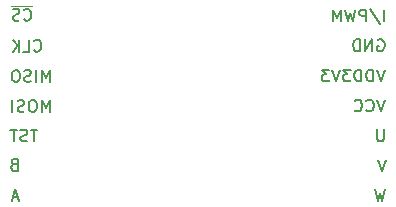
<source format=gbr>
%TF.GenerationSoftware,KiCad,Pcbnew,(5.1.10)-1*%
%TF.CreationDate,2021-11-06T00:44:08+01:00*%
%TF.ProjectId,AS5047D_breakout,41533530-3437-4445-9f62-7265616b6f75,rev?*%
%TF.SameCoordinates,Original*%
%TF.FileFunction,Legend,Bot*%
%TF.FilePolarity,Positive*%
%FSLAX46Y46*%
G04 Gerber Fmt 4.6, Leading zero omitted, Abs format (unit mm)*
G04 Created by KiCad (PCBNEW (5.1.10)-1) date 2021-11-06 00:44:08*
%MOMM*%
%LPD*%
G01*
G04 APERTURE LIST*
%ADD10C,0.150000*%
%ADD11C,0.120000*%
G04 APERTURE END LIST*
D10*
X257118700Y-109934857D02*
X257118700Y-110744381D01*
X257071081Y-110839619D01*
X257023462Y-110887238D01*
X256928224Y-110934857D01*
X256737748Y-110934857D01*
X256642510Y-110887238D01*
X256594891Y-110839619D01*
X256547272Y-110744381D01*
X256547272Y-109934857D01*
X257215052Y-115019447D02*
X256976956Y-116019447D01*
X256786480Y-115305162D01*
X256596004Y-116019447D01*
X256357909Y-115019447D01*
X257266512Y-112493107D02*
X256933179Y-113493107D01*
X256599846Y-112493107D01*
X257131341Y-100797618D02*
X257131341Y-99797618D01*
X255940865Y-99749999D02*
X256798008Y-101035714D01*
X255607532Y-100797618D02*
X255607532Y-99797618D01*
X255226579Y-99797618D01*
X255131341Y-99845238D01*
X255083722Y-99892857D01*
X255036103Y-99988095D01*
X255036103Y-100130952D01*
X255083722Y-100226190D01*
X255131341Y-100273809D01*
X255226579Y-100321428D01*
X255607532Y-100321428D01*
X254702770Y-99797618D02*
X254464674Y-100797618D01*
X254274198Y-100083333D01*
X254083722Y-100797618D01*
X253845627Y-99797618D01*
X253464674Y-100797618D02*
X253464674Y-99797618D01*
X253131341Y-100511904D01*
X252798008Y-99797618D01*
X252798008Y-100797618D01*
X256605387Y-102368295D02*
X256700625Y-102320675D01*
X256843482Y-102320675D01*
X256986339Y-102368295D01*
X257081577Y-102463533D01*
X257129196Y-102558771D01*
X257176815Y-102749247D01*
X257176815Y-102892104D01*
X257129196Y-103082580D01*
X257081577Y-103177818D01*
X256986339Y-103273056D01*
X256843482Y-103320675D01*
X256748244Y-103320675D01*
X256605387Y-103273056D01*
X256557768Y-103225437D01*
X256557768Y-102892104D01*
X256748244Y-102892104D01*
X256129196Y-103320675D02*
X256129196Y-102320675D01*
X255557768Y-103320675D01*
X255557768Y-102320675D01*
X255081577Y-103320675D02*
X255081577Y-102320675D01*
X254843482Y-102320675D01*
X254700625Y-102368295D01*
X254605387Y-102463533D01*
X254557768Y-102558771D01*
X254510149Y-102749247D01*
X254510149Y-102892104D01*
X254557768Y-103082580D01*
X254605387Y-103177818D01*
X254700625Y-103273056D01*
X254843482Y-103320675D01*
X255081577Y-103320675D01*
X257209854Y-107416496D02*
X256876521Y-108416496D01*
X256543188Y-107416496D01*
X255638426Y-108321258D02*
X255686045Y-108368877D01*
X255828902Y-108416496D01*
X255924140Y-108416496D01*
X256066997Y-108368877D01*
X256162235Y-108273639D01*
X256209854Y-108178401D01*
X256257473Y-107987925D01*
X256257473Y-107845068D01*
X256209854Y-107654592D01*
X256162235Y-107559354D01*
X256066997Y-107464116D01*
X255924140Y-107416496D01*
X255828902Y-107416496D01*
X255686045Y-107464116D01*
X255638426Y-107511735D01*
X254638426Y-108321258D02*
X254686045Y-108368877D01*
X254828902Y-108416496D01*
X254924140Y-108416496D01*
X255066997Y-108368877D01*
X255162235Y-108273639D01*
X255209854Y-108178401D01*
X255257473Y-107987925D01*
X255257473Y-107845068D01*
X255209854Y-107654592D01*
X255162235Y-107559354D01*
X255066997Y-107464116D01*
X254924140Y-107416496D01*
X254828902Y-107416496D01*
X254686045Y-107464116D01*
X254638426Y-107511735D01*
X257202814Y-104883752D02*
X256869481Y-105883752D01*
X256536147Y-104883752D01*
X256202814Y-105883752D02*
X256202814Y-104883752D01*
X255964719Y-104883752D01*
X255821862Y-104931372D01*
X255726624Y-105026610D01*
X255679005Y-105121848D01*
X255631385Y-105312324D01*
X255631385Y-105455181D01*
X255679005Y-105645657D01*
X255726624Y-105740895D01*
X255821862Y-105836133D01*
X255964719Y-105883752D01*
X256202814Y-105883752D01*
X255202814Y-105883752D02*
X255202814Y-104883752D01*
X254964719Y-104883752D01*
X254821862Y-104931372D01*
X254726624Y-105026610D01*
X254679005Y-105121848D01*
X254631385Y-105312324D01*
X254631385Y-105455181D01*
X254679005Y-105645657D01*
X254726624Y-105740895D01*
X254821862Y-105836133D01*
X254964719Y-105883752D01*
X255202814Y-105883752D01*
X254298052Y-104883752D02*
X253679005Y-104883752D01*
X254012338Y-105264705D01*
X253869481Y-105264705D01*
X253774243Y-105312324D01*
X253726624Y-105359943D01*
X253679005Y-105455181D01*
X253679005Y-105693276D01*
X253726624Y-105788514D01*
X253774243Y-105836133D01*
X253869481Y-105883752D01*
X254155195Y-105883752D01*
X254250433Y-105836133D01*
X254298052Y-105788514D01*
X253393290Y-104883752D02*
X253059957Y-105883752D01*
X252726624Y-104883752D01*
X252488528Y-104883752D02*
X251869481Y-104883752D01*
X252202814Y-105264705D01*
X252059957Y-105264705D01*
X251964719Y-105312324D01*
X251917100Y-105359943D01*
X251869481Y-105455181D01*
X251869481Y-105693276D01*
X251917100Y-105788514D01*
X251964719Y-105836133D01*
X252059957Y-105883752D01*
X252345671Y-105883752D01*
X252440909Y-105836133D01*
X252488528Y-105788514D01*
X226647976Y-100637142D02*
X226695595Y-100684761D01*
X226838452Y-100732380D01*
X226933690Y-100732380D01*
X227076547Y-100684761D01*
X227171785Y-100589523D01*
X227219404Y-100494285D01*
X227267023Y-100303809D01*
X227267023Y-100160952D01*
X227219404Y-99970476D01*
X227171785Y-99875238D01*
X227076547Y-99780000D01*
X226933690Y-99732380D01*
X226838452Y-99732380D01*
X226695595Y-99780000D01*
X226647976Y-99827619D01*
X226267023Y-100684761D02*
X226124166Y-100732380D01*
X225886071Y-100732380D01*
X225790833Y-100684761D01*
X225743214Y-100637142D01*
X225695595Y-100541904D01*
X225695595Y-100446666D01*
X225743214Y-100351428D01*
X225790833Y-100303809D01*
X225886071Y-100256190D01*
X226076547Y-100208571D01*
X226171785Y-100160952D01*
X226219404Y-100113333D01*
X226267023Y-100018095D01*
X226267023Y-99922857D01*
X226219404Y-99827619D01*
X226171785Y-99780000D01*
X226076547Y-99732380D01*
X225838452Y-99732380D01*
X225695595Y-99780000D01*
X228819404Y-108452380D02*
X228819404Y-107452380D01*
X228486071Y-108166666D01*
X228152737Y-107452380D01*
X228152737Y-108452380D01*
X227486071Y-107452380D02*
X227295594Y-107452380D01*
X227200356Y-107500000D01*
X227105118Y-107595238D01*
X227057499Y-107785714D01*
X227057499Y-108119047D01*
X227105118Y-108309523D01*
X227200356Y-108404761D01*
X227295594Y-108452380D01*
X227486071Y-108452380D01*
X227581309Y-108404761D01*
X227676547Y-108309523D01*
X227724166Y-108119047D01*
X227724166Y-107785714D01*
X227676547Y-107595238D01*
X227581309Y-107500000D01*
X227486071Y-107452380D01*
X226676547Y-108404761D02*
X226533690Y-108452380D01*
X226295594Y-108452380D01*
X226200356Y-108404761D01*
X226152737Y-108357142D01*
X226105118Y-108261904D01*
X226105118Y-108166666D01*
X226152737Y-108071428D01*
X226200356Y-108023809D01*
X226295594Y-107976190D01*
X226486071Y-107928571D01*
X226581309Y-107880952D01*
X226628928Y-107833333D01*
X226676547Y-107738095D01*
X226676547Y-107642857D01*
X226628928Y-107547619D01*
X226581309Y-107500000D01*
X226486071Y-107452380D01*
X226247975Y-107452380D01*
X226105118Y-107500000D01*
X225676547Y-108452380D02*
X225676547Y-107452380D01*
X227778452Y-109952380D02*
X227207023Y-109952380D01*
X227492738Y-110952380D02*
X227492738Y-109952380D01*
X226921309Y-110904761D02*
X226778452Y-110952380D01*
X226540357Y-110952380D01*
X226445119Y-110904761D01*
X226397500Y-110857142D01*
X226349880Y-110761904D01*
X226349880Y-110666666D01*
X226397500Y-110571428D01*
X226445119Y-110523809D01*
X226540357Y-110476190D01*
X226730833Y-110428571D01*
X226826071Y-110380952D01*
X226873690Y-110333333D01*
X226921309Y-110238095D01*
X226921309Y-110142857D01*
X226873690Y-110047619D01*
X226826071Y-110000000D01*
X226730833Y-109952380D01*
X226492738Y-109952380D01*
X226349880Y-110000000D01*
X226064166Y-109952380D02*
X225492738Y-109952380D01*
X225778452Y-110952380D02*
X225778452Y-109952380D01*
X225786071Y-112908571D02*
X225643214Y-112956190D01*
X225595595Y-113003809D01*
X225547976Y-113099047D01*
X225547976Y-113241904D01*
X225595595Y-113337142D01*
X225643214Y-113384761D01*
X225738452Y-113432380D01*
X226119404Y-113432380D01*
X226119404Y-112432380D01*
X225786071Y-112432380D01*
X225690833Y-112480000D01*
X225643214Y-112527619D01*
X225595595Y-112622857D01*
X225595595Y-112718095D01*
X225643214Y-112813333D01*
X225690833Y-112860952D01*
X225786071Y-112908571D01*
X226119404Y-112908571D01*
X226167023Y-115686666D02*
X225690833Y-115686666D01*
X226262261Y-115972380D02*
X225928928Y-114972380D01*
X225595595Y-115972380D01*
X228819404Y-105912380D02*
X228819404Y-104912380D01*
X228486071Y-105626666D01*
X228152737Y-104912380D01*
X228152737Y-105912380D01*
X227676547Y-105912380D02*
X227676547Y-104912380D01*
X227247975Y-105864761D02*
X227105118Y-105912380D01*
X226867023Y-105912380D01*
X226771785Y-105864761D01*
X226724166Y-105817142D01*
X226676547Y-105721904D01*
X226676547Y-105626666D01*
X226724166Y-105531428D01*
X226771785Y-105483809D01*
X226867023Y-105436190D01*
X227057499Y-105388571D01*
X227152737Y-105340952D01*
X227200356Y-105293333D01*
X227247975Y-105198095D01*
X227247975Y-105102857D01*
X227200356Y-105007619D01*
X227152737Y-104960000D01*
X227057499Y-104912380D01*
X226819404Y-104912380D01*
X226676547Y-104960000D01*
X226057499Y-104912380D02*
X225867023Y-104912380D01*
X225771785Y-104960000D01*
X225676547Y-105055238D01*
X225628928Y-105245714D01*
X225628928Y-105579047D01*
X225676547Y-105769523D01*
X225771785Y-105864761D01*
X225867023Y-105912380D01*
X226057499Y-105912380D01*
X226152737Y-105864761D01*
X226247975Y-105769523D01*
X226295594Y-105579047D01*
X226295594Y-105245714D01*
X226247975Y-105055238D01*
X226152737Y-104960000D01*
X226057499Y-104912380D01*
X227497500Y-103257142D02*
X227545119Y-103304761D01*
X227687976Y-103352380D01*
X227783214Y-103352380D01*
X227926071Y-103304761D01*
X228021309Y-103209523D01*
X228068928Y-103114285D01*
X228116547Y-102923809D01*
X228116547Y-102780952D01*
X228068928Y-102590476D01*
X228021309Y-102495238D01*
X227926071Y-102400000D01*
X227783214Y-102352380D01*
X227687976Y-102352380D01*
X227545119Y-102400000D01*
X227497500Y-102447619D01*
X226592738Y-103352380D02*
X227068928Y-103352380D01*
X227068928Y-102352380D01*
X226259404Y-103352380D02*
X226259404Y-102352380D01*
X225687976Y-103352380D02*
X226116547Y-102780952D01*
X225687976Y-102352380D02*
X226259404Y-102923809D01*
D11*
X227303453Y-99468465D02*
X225576425Y-99468465D01*
M02*

</source>
